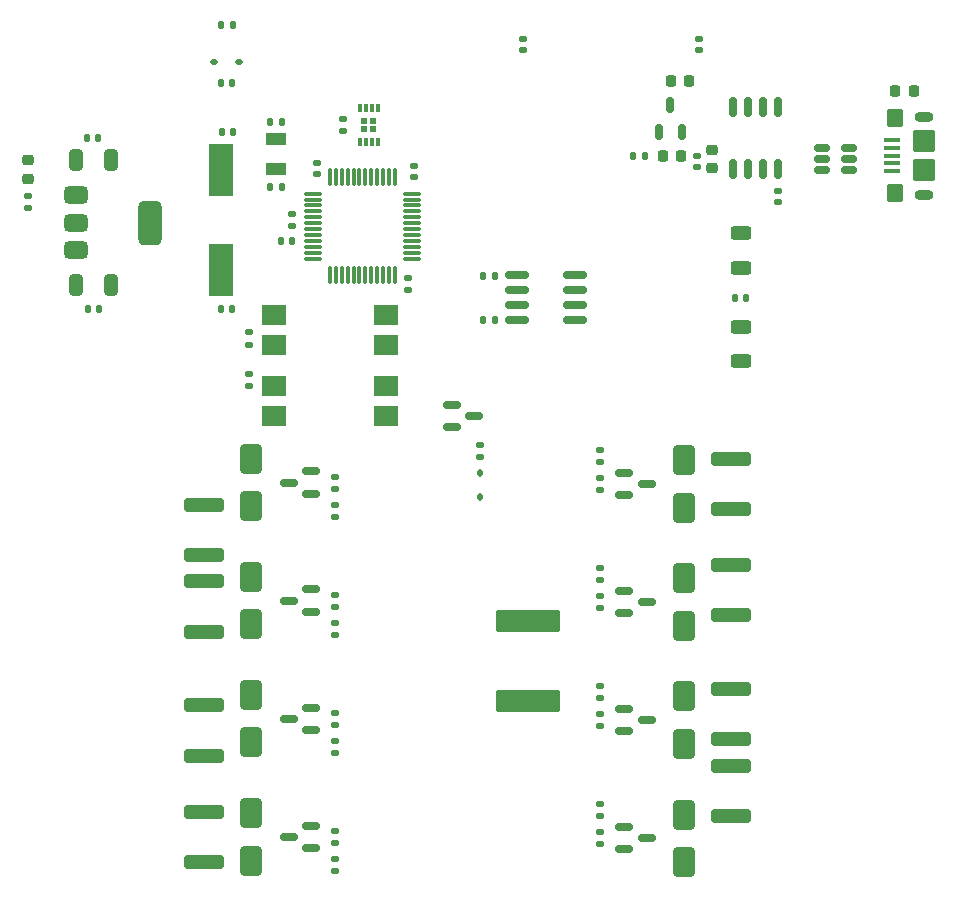
<source format=gbr>
%TF.GenerationSoftware,KiCad,Pcbnew,8.0.8+1*%
%TF.CreationDate,2025-03-08T00:06:57+00:00*%
%TF.ProjectId,dcclicht,6463636c-6963-4687-942e-6b696361645f,rev?*%
%TF.SameCoordinates,Original*%
%TF.FileFunction,Paste,Top*%
%TF.FilePolarity,Positive*%
%FSLAX46Y46*%
G04 Gerber Fmt 4.6, Leading zero omitted, Abs format (unit mm)*
G04 Created by KiCad (PCBNEW 8.0.8+1) date 2025-03-08 00:06:57*
%MOMM*%
%LPD*%
G01*
G04 APERTURE LIST*
G04 Aperture macros list*
%AMRoundRect*
0 Rectangle with rounded corners*
0 $1 Rounding radius*
0 $2 $3 $4 $5 $6 $7 $8 $9 X,Y pos of 4 corners*
0 Add a 4 corners polygon primitive as box body*
4,1,4,$2,$3,$4,$5,$6,$7,$8,$9,$2,$3,0*
0 Add four circle primitives for the rounded corners*
1,1,$1+$1,$2,$3*
1,1,$1+$1,$4,$5*
1,1,$1+$1,$6,$7*
1,1,$1+$1,$8,$9*
0 Add four rect primitives between the rounded corners*
20,1,$1+$1,$2,$3,$4,$5,0*
20,1,$1+$1,$4,$5,$6,$7,0*
20,1,$1+$1,$6,$7,$8,$9,0*
20,1,$1+$1,$8,$9,$2,$3,0*%
G04 Aperture macros list end*
%ADD10RoundRect,0.135000X-0.185000X0.135000X-0.185000X-0.135000X0.185000X-0.135000X0.185000X0.135000X0*%
%ADD11RoundRect,0.250000X-1.450000X0.312500X-1.450000X-0.312500X1.450000X-0.312500X1.450000X0.312500X0*%
%ADD12RoundRect,0.135000X0.135000X0.185000X-0.135000X0.185000X-0.135000X-0.185000X0.135000X-0.185000X0*%
%ADD13RoundRect,0.150000X-0.587500X-0.150000X0.587500X-0.150000X0.587500X0.150000X-0.587500X0.150000X0*%
%ADD14RoundRect,0.150000X0.150000X-0.512500X0.150000X0.512500X-0.150000X0.512500X-0.150000X-0.512500X0*%
%ADD15RoundRect,0.250000X-0.325000X-0.650000X0.325000X-0.650000X0.325000X0.650000X-0.325000X0.650000X0*%
%ADD16RoundRect,0.135000X-0.135000X-0.185000X0.135000X-0.185000X0.135000X0.185000X-0.135000X0.185000X0*%
%ADD17RoundRect,0.250000X1.450000X-0.312500X1.450000X0.312500X-1.450000X0.312500X-1.450000X-0.312500X0*%
%ADD18RoundRect,0.135000X0.185000X-0.135000X0.185000X0.135000X-0.185000X0.135000X-0.185000X-0.135000X0*%
%ADD19RoundRect,0.250000X0.650000X-1.000000X0.650000X1.000000X-0.650000X1.000000X-0.650000X-1.000000X0*%
%ADD20RoundRect,0.250000X-0.625000X0.312500X-0.625000X-0.312500X0.625000X-0.312500X0.625000X0.312500X0*%
%ADD21RoundRect,0.150000X-0.825000X-0.150000X0.825000X-0.150000X0.825000X0.150000X-0.825000X0.150000X0*%
%ADD22R,2.000000X1.780000*%
%ADD23RoundRect,0.150000X0.587500X0.150000X-0.587500X0.150000X-0.587500X-0.150000X0.587500X-0.150000X0*%
%ADD24R,0.600000X0.500000*%
%ADD25R,0.300000X0.750000*%
%ADD26R,2.000000X4.500000*%
%ADD27RoundRect,0.140000X0.140000X0.170000X-0.140000X0.170000X-0.140000X-0.170000X0.140000X-0.170000X0*%
%ADD28RoundRect,0.218750X0.256250X-0.218750X0.256250X0.218750X-0.256250X0.218750X-0.256250X-0.218750X0*%
%ADD29RoundRect,0.075000X-0.662500X-0.075000X0.662500X-0.075000X0.662500X0.075000X-0.662500X0.075000X0*%
%ADD30RoundRect,0.075000X-0.075000X-0.662500X0.075000X-0.662500X0.075000X0.662500X-0.075000X0.662500X0*%
%ADD31RoundRect,0.140000X0.170000X-0.140000X0.170000X0.140000X-0.170000X0.140000X-0.170000X-0.140000X0*%
%ADD32RoundRect,0.218750X-0.218750X-0.256250X0.218750X-0.256250X0.218750X0.256250X-0.218750X0.256250X0*%
%ADD33RoundRect,0.250000X-0.650000X1.000000X-0.650000X-1.000000X0.650000X-1.000000X0.650000X1.000000X0*%
%ADD34RoundRect,0.140000X-0.170000X0.140000X-0.170000X-0.140000X0.170000X-0.140000X0.170000X0.140000X0*%
%ADD35RoundRect,0.225000X-0.225000X-0.250000X0.225000X-0.250000X0.225000X0.250000X-0.225000X0.250000X0*%
%ADD36R,1.800000X1.000000*%
%ADD37RoundRect,0.140000X-0.140000X-0.170000X0.140000X-0.170000X0.140000X0.170000X-0.140000X0.170000X0*%
%ADD38RoundRect,0.150000X-0.150000X0.675000X-0.150000X-0.675000X0.150000X-0.675000X0.150000X0.675000X0*%
%ADD39RoundRect,0.112500X-0.112500X0.187500X-0.112500X-0.187500X0.112500X-0.187500X0.112500X0.187500X0*%
%ADD40RoundRect,0.225000X0.250000X-0.225000X0.250000X0.225000X-0.250000X0.225000X-0.250000X-0.225000X0*%
%ADD41RoundRect,0.250000X2.475000X-0.712500X2.475000X0.712500X-2.475000X0.712500X-2.475000X-0.712500X0*%
%ADD42RoundRect,0.112500X-0.187500X-0.112500X0.187500X-0.112500X0.187500X0.112500X-0.187500X0.112500X0*%
%ADD43RoundRect,0.100000X0.575000X-0.100000X0.575000X0.100000X-0.575000X0.100000X-0.575000X-0.100000X0*%
%ADD44O,1.600000X0.900000*%
%ADD45RoundRect,0.250000X0.450000X-0.550000X0.450000X0.550000X-0.450000X0.550000X-0.450000X-0.550000X0*%
%ADD46RoundRect,0.250000X0.700000X-0.700000X0.700000X0.700000X-0.700000X0.700000X-0.700000X-0.700000X0*%
%ADD47RoundRect,0.375000X-0.625000X-0.375000X0.625000X-0.375000X0.625000X0.375000X-0.625000X0.375000X0*%
%ADD48RoundRect,0.500000X-0.500000X-1.400000X0.500000X-1.400000X0.500000X1.400000X-0.500000X1.400000X0*%
%ADD49RoundRect,0.150000X-0.512500X-0.150000X0.512500X-0.150000X0.512500X0.150000X-0.512500X0.150000X0*%
G04 APERTURE END LIST*
D10*
%TO.C,R205*%
X161100000Y-103490000D03*
X161100000Y-104510000D03*
%TD*%
D11*
%TO.C,F202*%
X172200000Y-121362500D03*
X172200000Y-125637500D03*
%TD*%
D12*
%TO.C,R109*%
X152210000Y-86400000D03*
X151190000Y-86400000D03*
%TD*%
D13*
%TO.C,Q101*%
X148562500Y-97300000D03*
X148562500Y-99200000D03*
X150437500Y-98250000D03*
%TD*%
D14*
%TO.C,U301*%
X166100000Y-74200000D03*
X168000000Y-74200000D03*
X167050000Y-71925000D03*
%TD*%
D15*
%TO.C,C107*%
X116750000Y-76575000D03*
X119700000Y-76575000D03*
%TD*%
D16*
%TO.C,R105*%
X128967651Y-65175000D03*
X129987651Y-65175000D03*
%TD*%
D17*
%TO.C,F201*%
X172200000Y-132137500D03*
X172200000Y-127862500D03*
%TD*%
D18*
%TO.C,R203*%
X161100000Y-122110000D03*
X161100000Y-121090000D03*
%TD*%
D19*
%TO.C,D208*%
X131567960Y-105890000D03*
X131567960Y-101890000D03*
%TD*%
%TO.C,D205*%
X131567960Y-135890000D03*
X131567960Y-131890000D03*
%TD*%
D20*
%TO.C,R112*%
X173000000Y-90687500D03*
X173000000Y-93612500D03*
%TD*%
D21*
%TO.C,U105*%
X154025000Y-86345000D03*
X154025000Y-87615000D03*
X154025000Y-88885000D03*
X154025000Y-90155000D03*
X158975000Y-90155000D03*
X158975000Y-88885000D03*
X158975000Y-87615000D03*
X158975000Y-86345000D03*
%TD*%
D19*
%TO.C,D202*%
X168200000Y-116000000D03*
X168200000Y-112000000D03*
%TD*%
D13*
%TO.C,Q204*%
X163162500Y-133050000D03*
X163162500Y-134950000D03*
X165037500Y-134000000D03*
%TD*%
D15*
%TO.C,C105*%
X116750000Y-87175000D03*
X119700000Y-87175000D03*
%TD*%
D22*
%TO.C,U102*%
X143015000Y-92270000D03*
X143015000Y-89730000D03*
X133485000Y-89730000D03*
X133485000Y-92270000D03*
%TD*%
D10*
%TO.C,R211*%
X138667960Y-115780000D03*
X138667960Y-116800000D03*
%TD*%
D18*
%TO.C,R101*%
X112700000Y-80620000D03*
X112700000Y-79600000D03*
%TD*%
D17*
%TO.C,F206*%
X127567960Y-116527500D03*
X127567960Y-112252500D03*
%TD*%
D23*
%TO.C,Q206*%
X136605460Y-124840000D03*
X136605460Y-122940000D03*
X134730460Y-123890000D03*
%TD*%
D24*
%TO.C,U106*%
X141900000Y-73300000D03*
X141150000Y-73300000D03*
X141900000Y-73950000D03*
X141150000Y-73950000D03*
D25*
X142275000Y-72175000D03*
X141775000Y-72175000D03*
X141275000Y-72175000D03*
X140775000Y-72175000D03*
X140775000Y-75075000D03*
X141275000Y-75075000D03*
X141775000Y-75075000D03*
X142275000Y-75075000D03*
%TD*%
D13*
%TO.C,Q201*%
X163162500Y-103050000D03*
X163162500Y-104950000D03*
X165037500Y-104000000D03*
%TD*%
D26*
%TO.C,Y101*%
X128975000Y-85925000D03*
X128975000Y-77425000D03*
%TD*%
D27*
%TO.C,C111*%
X130055000Y-74175000D03*
X129095000Y-74175000D03*
%TD*%
D20*
%TO.C,R110*%
X173000000Y-82787500D03*
X173000000Y-85712500D03*
%TD*%
D11*
%TO.C,F207*%
X127567960Y-122752500D03*
X127567960Y-127027500D03*
%TD*%
D28*
%TO.C,D101*%
X112700000Y-78175000D03*
X112700000Y-76600000D03*
%TD*%
D27*
%TO.C,C115*%
X173480000Y-88250000D03*
X172520000Y-88250000D03*
%TD*%
D29*
%TO.C,U104*%
X136812500Y-79425000D03*
X136812500Y-79925000D03*
X136812500Y-80425000D03*
X136812500Y-80925000D03*
X136812500Y-81425000D03*
X136812500Y-81925000D03*
X136812500Y-82425000D03*
X136812500Y-82925000D03*
X136812500Y-83425000D03*
X136812500Y-83925000D03*
X136812500Y-84425000D03*
X136812500Y-84925000D03*
D30*
X138225000Y-86337500D03*
X138725000Y-86337500D03*
X139225000Y-86337500D03*
X139725000Y-86337500D03*
X140225000Y-86337500D03*
X140725000Y-86337500D03*
X141225000Y-86337500D03*
X141725000Y-86337500D03*
X142225000Y-86337500D03*
X142725000Y-86337500D03*
X143225000Y-86337500D03*
X143725000Y-86337500D03*
D29*
X145137500Y-84925000D03*
X145137500Y-84425000D03*
X145137500Y-83925000D03*
X145137500Y-83425000D03*
X145137500Y-82925000D03*
X145137500Y-82425000D03*
X145137500Y-81925000D03*
X145137500Y-81425000D03*
X145137500Y-80925000D03*
X145137500Y-80425000D03*
X145137500Y-79925000D03*
X145137500Y-79425000D03*
D30*
X143725000Y-78012500D03*
X143225000Y-78012500D03*
X142725000Y-78012500D03*
X142225000Y-78012500D03*
X141725000Y-78012500D03*
X141225000Y-78012500D03*
X140725000Y-78012500D03*
X140225000Y-78012500D03*
X139725000Y-78012500D03*
X139225000Y-78012500D03*
X138725000Y-78012500D03*
X138225000Y-78012500D03*
%TD*%
D23*
%TO.C,Q207*%
X136605460Y-114840000D03*
X136605460Y-112940000D03*
X134730460Y-113890000D03*
%TD*%
D31*
%TO.C,C116*%
X154600000Y-67280000D03*
X154600000Y-66320000D03*
%TD*%
D12*
%TO.C,R111*%
X152210000Y-90100000D03*
X151190000Y-90100000D03*
%TD*%
D32*
%TO.C,D301*%
X166412500Y-76200000D03*
X167987500Y-76200000D03*
%TD*%
D31*
%TO.C,C117*%
X169500000Y-67280000D03*
X169500000Y-66320000D03*
%TD*%
D23*
%TO.C,Q205*%
X136605460Y-134840000D03*
X136605460Y-132940000D03*
X134730460Y-133890000D03*
%TD*%
D10*
%TO.C,R212*%
X138667960Y-105780000D03*
X138667960Y-106800000D03*
%TD*%
D18*
%TO.C,R215*%
X138667960Y-114400000D03*
X138667960Y-113380000D03*
%TD*%
D16*
%TO.C,R301*%
X163900000Y-76200000D03*
X164920000Y-76200000D03*
%TD*%
D10*
%TO.C,R207*%
X161100000Y-123490000D03*
X161100000Y-124510000D03*
%TD*%
D23*
%TO.C,Q208*%
X136605460Y-104840000D03*
X136605460Y-102940000D03*
X134730460Y-103890000D03*
%TD*%
D31*
%TO.C,C102*%
X145375000Y-78055000D03*
X145375000Y-77095000D03*
%TD*%
D22*
%TO.C,U103*%
X133485000Y-95730000D03*
X133485000Y-98270000D03*
X143015000Y-98270000D03*
X143015000Y-95730000D03*
%TD*%
D33*
%TO.C,D204*%
X168200000Y-132000000D03*
X168200000Y-136000000D03*
%TD*%
D13*
%TO.C,Q202*%
X163162500Y-113050000D03*
X163162500Y-114950000D03*
X165037500Y-114000000D03*
%TD*%
D18*
%TO.C,R202*%
X161100000Y-112110000D03*
X161100000Y-111090000D03*
%TD*%
%TO.C,R214*%
X138667960Y-124400000D03*
X138667960Y-123380000D03*
%TD*%
D34*
%TO.C,C104*%
X144875000Y-86595000D03*
X144875000Y-87555000D03*
%TD*%
D13*
%TO.C,Q203*%
X163162500Y-123050000D03*
X163162500Y-124950000D03*
X165037500Y-124000000D03*
%TD*%
D35*
%TO.C,C301*%
X167100000Y-69900000D03*
X168650000Y-69900000D03*
%TD*%
D18*
%TO.C,R204*%
X161100000Y-132110000D03*
X161100000Y-131090000D03*
%TD*%
D27*
%TO.C,C112*%
X129955000Y-89175000D03*
X128995000Y-89175000D03*
%TD*%
D32*
%TO.C,FB301*%
X186112500Y-70700000D03*
X187687500Y-70700000D03*
%TD*%
D36*
%TO.C,Y102*%
X133675000Y-77325000D03*
X133675000Y-74825000D03*
%TD*%
D18*
%TO.C,R216*%
X138667960Y-104400000D03*
X138667960Y-103380000D03*
%TD*%
D10*
%TO.C,R209*%
X138667960Y-135780000D03*
X138667960Y-136800000D03*
%TD*%
D37*
%TO.C,C113*%
X133195000Y-73375000D03*
X134155000Y-73375000D03*
%TD*%
D10*
%TO.C,R208*%
X161100000Y-133490000D03*
X161100000Y-134510000D03*
%TD*%
D11*
%TO.C,F205*%
X127567960Y-105752500D03*
X127567960Y-110027500D03*
%TD*%
D37*
%TO.C,C109*%
X128997651Y-70025000D03*
X129957651Y-70025000D03*
%TD*%
D10*
%TO.C,R102*%
X139300000Y-73090000D03*
X139300000Y-74110000D03*
%TD*%
D37*
%TO.C,C106*%
X117745000Y-89175000D03*
X118705000Y-89175000D03*
%TD*%
D19*
%TO.C,D207*%
X131567960Y-115890000D03*
X131567960Y-111890000D03*
%TD*%
D38*
%TO.C,U302*%
X176205000Y-72075000D03*
X174935000Y-72075000D03*
X173665000Y-72075000D03*
X172395000Y-72075000D03*
X172395000Y-77325000D03*
X173665000Y-77325000D03*
X174935000Y-77325000D03*
X176205000Y-77325000D03*
%TD*%
D31*
%TO.C,C303*%
X169300000Y-77180000D03*
X169300000Y-76220000D03*
%TD*%
D39*
%TO.C,D103*%
X150950000Y-103050000D03*
X150950000Y-105150000D03*
%TD*%
D40*
%TO.C,C302*%
X170600000Y-77275000D03*
X170600000Y-75725000D03*
%TD*%
D11*
%TO.C,F204*%
X172200000Y-101862500D03*
X172200000Y-106137500D03*
%TD*%
D18*
%TO.C,R104*%
X131400000Y-92200000D03*
X131400000Y-91180000D03*
%TD*%
%TO.C,R201*%
X161100000Y-102110000D03*
X161100000Y-101090000D03*
%TD*%
D41*
%TO.C,F101*%
X155000000Y-122387500D03*
X155000000Y-115612500D03*
%TD*%
D42*
%TO.C,D104*%
X128427651Y-68275000D03*
X130527651Y-68275000D03*
%TD*%
D33*
%TO.C,D201*%
X168200000Y-102000000D03*
X168200000Y-106000000D03*
%TD*%
D37*
%TO.C,C108*%
X117645000Y-74675000D03*
X118605000Y-74675000D03*
%TD*%
D33*
%TO.C,D203*%
X168200000Y-122000000D03*
X168200000Y-126000000D03*
%TD*%
D10*
%TO.C,R107*%
X131400000Y-94680000D03*
X131400000Y-95700000D03*
%TD*%
%TO.C,R210*%
X138667960Y-125780000D03*
X138667960Y-126800000D03*
%TD*%
D37*
%TO.C,C114*%
X133195000Y-78875000D03*
X134155000Y-78875000D03*
%TD*%
D18*
%TO.C,R103*%
X150950000Y-101735000D03*
X150950000Y-100715000D03*
%TD*%
D33*
%TO.C,D206*%
X131567960Y-121890000D03*
X131567960Y-125890000D03*
%TD*%
D31*
%TO.C,C101*%
X137175000Y-77755000D03*
X137175000Y-76795000D03*
%TD*%
D43*
%TO.C,J301*%
X185820000Y-77500000D03*
X185820000Y-76850000D03*
X185820000Y-76200000D03*
X185820000Y-75550000D03*
X185820000Y-74900000D03*
D44*
X188495000Y-79500000D03*
D45*
X186045000Y-79400000D03*
D46*
X188495000Y-77400000D03*
X188495000Y-75000000D03*
D45*
X186045000Y-73000000D03*
D44*
X188495000Y-72900000D03*
%TD*%
D18*
%TO.C,R213*%
X138667960Y-134400000D03*
X138667960Y-133380000D03*
%TD*%
D17*
%TO.C,F203*%
X172200000Y-115137500D03*
X172200000Y-110862500D03*
%TD*%
D34*
%TO.C,C304*%
X176200000Y-79200000D03*
X176200000Y-80160000D03*
%TD*%
D10*
%TO.C,R206*%
X161100000Y-113490000D03*
X161100000Y-114510000D03*
%TD*%
%TO.C,R106*%
X134975000Y-81155000D03*
X134975000Y-82175000D03*
%TD*%
D47*
%TO.C,U101*%
X116725000Y-79575000D03*
X116725000Y-81875000D03*
D48*
X123025000Y-81875000D03*
D47*
X116725000Y-84175000D03*
%TD*%
D27*
%TO.C,C103*%
X135055000Y-83475000D03*
X134095000Y-83475000D03*
%TD*%
D17*
%TO.C,F208*%
X127567960Y-136027500D03*
X127567960Y-131752500D03*
%TD*%
D49*
%TO.C,U303*%
X179862500Y-75550000D03*
X179862500Y-76500000D03*
X179862500Y-77450000D03*
X182137500Y-77450000D03*
X182137500Y-76500000D03*
X182137500Y-75550000D03*
%TD*%
M02*

</source>
